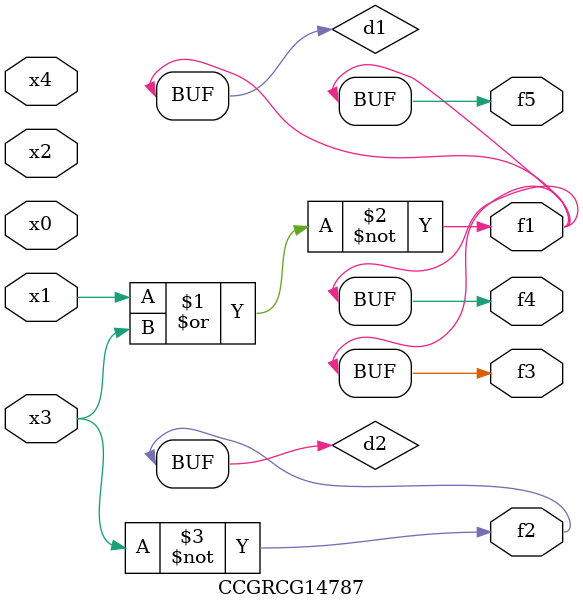
<source format=v>
module CCGRCG14787(
	input x0, x1, x2, x3, x4,
	output f1, f2, f3, f4, f5
);

	wire d1, d2;

	nor (d1, x1, x3);
	not (d2, x3);
	assign f1 = d1;
	assign f2 = d2;
	assign f3 = d1;
	assign f4 = d1;
	assign f5 = d1;
endmodule

</source>
